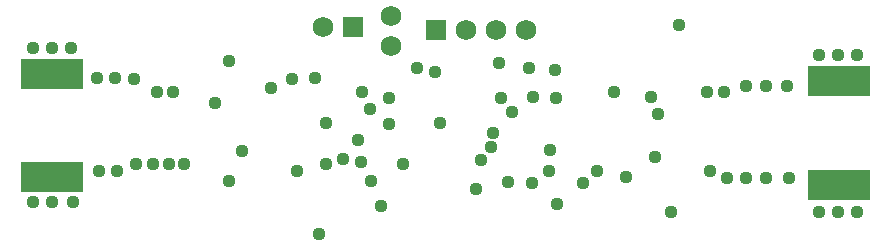
<source format=gbs>
G75*
G70*
%OFA0B0*%
%FSLAX24Y24*%
%IPPOS*%
%LPD*%
%AMOC8*
5,1,8,0,0,1.08239X$1,22.5*
%
%ADD10R,0.0680X0.0680*%
%ADD11C,0.0680*%
%ADD12R,0.2080X0.1030*%
%ADD13C,0.0440*%
D10*
X014317Y007905D03*
X011557Y007985D03*
D11*
X010557Y007985D03*
X012797Y008345D03*
X015317Y007905D03*
X016317Y007905D03*
X017317Y007905D03*
X012797Y007345D03*
D12*
X001523Y006438D03*
X001523Y002979D03*
X027733Y002729D03*
X027733Y006188D03*
D13*
X000877Y002145D03*
X001517Y002145D03*
X002197Y002145D03*
X003077Y003185D03*
X003677Y003185D03*
X004317Y003425D03*
X004877Y003425D03*
X005397Y003425D03*
X005917Y003425D03*
X007397Y002865D03*
X009677Y003185D03*
X010637Y003425D03*
X011197Y003585D03*
X011797Y003505D03*
X013197Y003425D03*
X012157Y002865D03*
X012477Y002025D03*
X010397Y001105D03*
X015637Y002585D03*
X016717Y002825D03*
X017517Y002785D03*
X018077Y003185D03*
X019197Y002785D03*
X019677Y003185D03*
X020637Y002985D03*
X021597Y003665D03*
X023437Y003185D03*
X023997Y002945D03*
X024637Y002945D03*
X025317Y002945D03*
X026077Y002945D03*
X027077Y001825D03*
X027717Y001825D03*
X028357Y001825D03*
X022157Y001825D03*
X018357Y002105D03*
X015797Y003545D03*
X016157Y003985D03*
X016197Y004465D03*
X014437Y004785D03*
X012757Y004745D03*
X012117Y005265D03*
X012757Y005625D03*
X011837Y005825D03*
X010277Y006305D03*
X009517Y006265D03*
X008797Y005945D03*
X006957Y005465D03*
X005557Y005825D03*
X004997Y005825D03*
X004237Y006265D03*
X003597Y006305D03*
X002997Y006305D03*
X002157Y007305D03*
X001517Y007305D03*
X000877Y007305D03*
X007397Y006865D03*
X010657Y004805D03*
X011717Y004225D03*
X007837Y003865D03*
X014277Y006505D03*
X013677Y006625D03*
X016397Y006785D03*
X017397Y006625D03*
X018277Y006545D03*
X020237Y005825D03*
X021477Y005665D03*
X021717Y005105D03*
X023357Y005825D03*
X023917Y005825D03*
X024637Y006025D03*
X025317Y006025D03*
X025997Y006025D03*
X027077Y007065D03*
X027717Y007065D03*
X028357Y007065D03*
X022397Y008065D03*
X018317Y005625D03*
X017557Y005665D03*
X016477Y005625D03*
X016837Y005145D03*
X018117Y003905D03*
M02*

</source>
